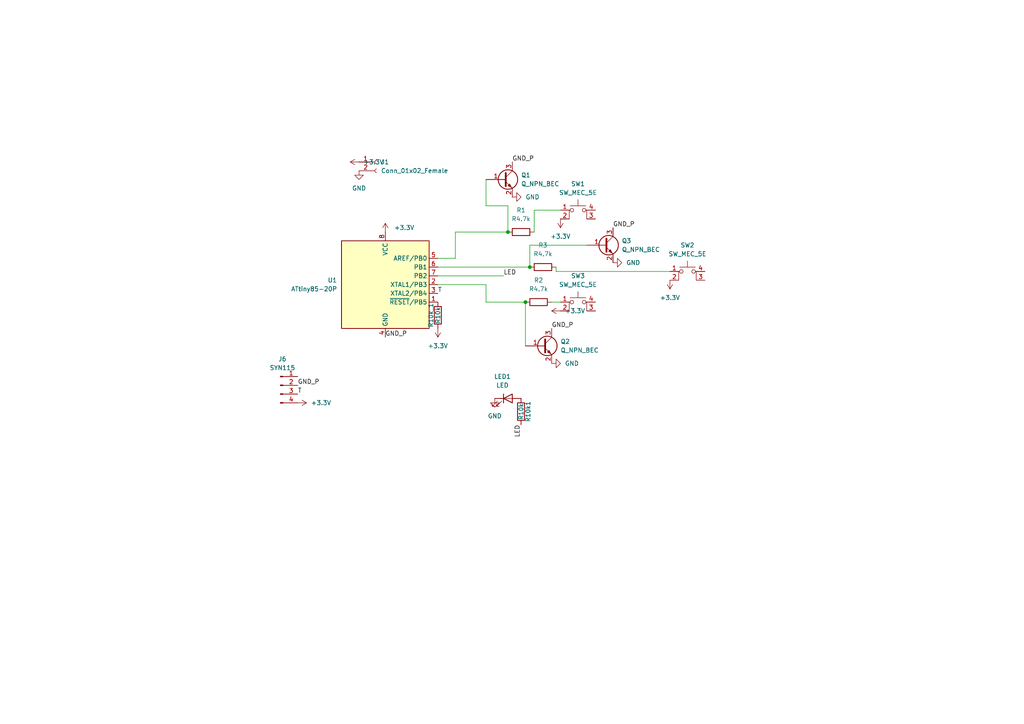
<source format=kicad_sch>
(kicad_sch (version 20211123) (generator eeschema)
  (paper "A4")
  (lib_symbols
    (symbol "Connector:Conn_01x02_Female" (pin_names (offset 1.016) hide)
      (property "Reference" "J" (at 0 2.54 0))
      (property "Value" "Conn_01x02_Female" (at 0 -5.08 0))
      (symbol "Conn_01x02_Female_1_1"
        (arc (start 0 -2.032) (mid -0.508 -2.54) (end 0 -3.048) (stroke (width 0.1524)))
        (polyline (pts (xy -1.27 -2.54) (xy -0.508 -2.54)) (stroke (width 0.1524)))
        (polyline (pts (xy -1.27 0) (xy -0.508 0)) (stroke (width 0.1524)))
        (arc (start 0 0.508) (mid -0.508 0) (end 0 -0.508) (stroke (width 0.1524)))
        (pin passive line (at -5.08 0 0) (length 3.81) (name "Pin_1") (number "1"))
        (pin passive line (at -5.08 -2.54 0) (length 3.81) (name "Pin_2") (number "2"))
      )
    )
    (symbol "Connector:Conn_01x04_Male" (pin_names (offset 1.016) hide)
      (property "Reference" "J" (at 0 5.08 0))
      (property "Value" "Conn_01x04_Male" (at 0 -7.62 0))
      (symbol "Conn_01x04_Male_1_1"
        (polyline (pts (xy 1.27 -5.08) (xy 0.8636 -5.08)) (stroke (width 0.1524)))
        (polyline (pts (xy 1.27 -2.54) (xy 0.8636 -2.54)) (stroke (width 0.1524)))
        (polyline (pts (xy 1.27 0) (xy 0.8636 0)) (stroke (width 0.1524)))
        (polyline (pts (xy 1.27 2.54) (xy 0.8636 2.54)) (stroke (width 0.1524)))
        (rectangle (start 0.8636 -4.953) (end 0 -5.207) (stroke (width 0.1524)) (fill (type outline)))
        (rectangle (start 0.8636 -2.413) (end 0 -2.667) (stroke (width 0.1524)) (fill (type outline)))
        (rectangle (start 0.8636 0.127) (end 0 -0.127) (stroke (width 0.1524)) (fill (type outline)))
        (rectangle (start 0.8636 2.667) (end 0 2.413) (stroke (width 0.1524)) (fill (type outline)))
        (pin passive line (at 5.08 2.54 180) (length 3.81) (name "Pin_1") (number "1"))
        (pin passive line (at 5.08 0 180) (length 3.81) (name "Pin_2") (number "2"))
        (pin passive line (at 5.08 -2.54 180) (length 3.81) (name "Pin_3") (number "3"))
        (pin passive line (at 5.08 -5.08 180) (length 3.81) (name "Pin_4") (number "4"))
      )
    )
    (symbol "Device:LED" (pin_numbers hide) (pin_names (offset 1.016) hide)
      (property "Reference" "D" (at 0 2.54 0))
      (property "Value" "LED" (at 0 -2.54 0))
      (symbol "LED_0_1"
        (polyline (pts (xy -1.27 -1.27) (xy -1.27 1.27)) (stroke (width 0.254)))
        (polyline (pts (xy -1.27 0) (xy 1.27 0)))
        (polyline (pts (xy 1.27 -1.27) (xy 1.27 1.27) (xy -1.27 0) (xy 1.27 -1.27)) (stroke (width 0.254)))
        (polyline (pts (xy -3.048 -0.762) (xy -4.572 -2.286) (xy -3.81 -2.286) (xy -4.572 -2.286) (xy -4.572 -1.524)))
        (polyline (pts (xy -1.778 -0.762) (xy -3.302 -2.286) (xy -2.54 -2.286) (xy -3.302 -2.286) (xy -3.302 -1.524)))
      )
      (symbol "LED_1_1"
        (pin passive line (at -3.81 0 0) (length 2.54) (name "K") (number "1"))
        (pin passive line (at 3.81 0 180) (length 2.54) (name "A") (number "2"))
      )
    )
    (symbol "Device:Q_NPN_BEC" (pin_names (offset 0) hide)
      (property "Reference" "Q" (at 5.08 1.27 0))
      (property "Value" "Q_NPN_BEC" (at 5.08 -1.27 0))
      (symbol "Q_NPN_BEC_0_1"
        (polyline (pts (xy 0.635 0.635) (xy 2.54 2.54)))
        (polyline (pts (xy 0.635 -0.635) (xy 2.54 -2.54) (xy 2.54 -2.54)))
        (polyline (pts (xy 0.635 1.905) (xy 0.635 -1.905) (xy 0.635 -1.905)) (stroke (width 0.508)))
        (polyline (pts (xy 1.27 -1.778) (xy 1.778 -1.27) (xy 2.286 -2.286) (xy 1.27 -1.778) (xy 1.27 -1.778)) (fill (type outline)))
        (circle (center 1.27 0) (radius 2.8194) (stroke (width 0.254)))
      )
      (symbol "Q_NPN_BEC_1_1"
        (pin input line (at -5.08 0 0) (length 5.715) (name "B") (number "1"))
        (pin passive line (at 2.54 -5.08 90) (length 2.54) (name "E") (number "2"))
        (pin passive line (at 2.54 5.08 270) (length 2.54) (name "C") (number "3"))
      )
    )
    (symbol "Device:R" (pin_numbers hide) (pin_names (offset 0))
      (property "Reference" "R" (at 2.032 0 90))
      (property "Value" "R" (at 0 0 90))
      (symbol "R_0_1"
        (rectangle (start -1.016 -2.54) (end 1.016 2.54) (stroke (width 0.254)))
      )
      (symbol "R_1_1"
        (pin passive line (at 0 3.81 270) (length 1.27) (name "~") (number "1"))
        (pin passive line (at 0 -3.81 90) (length 1.27) (name "~") (number "2"))
      )
    )
    (symbol "MCU_Microchip_ATtiny:ATtiny85-20P"
      (property "Reference" "U" (at -12.7 13.97 0))
      (property "Value" "ATtiny85-20P" (at 2.54 -13.97 0))
      (symbol "ATtiny85-20P_0_1"
        (rectangle (start -12.7 -12.7) (end 12.7 12.7) (stroke (width 0.254)) (fill (type background)))
      )
      (symbol "ATtiny85-20P_1_1"
        (pin bidirectional line (at 15.24 -5.08 180) (length 2.54) (name "~{RESET}/PB5") (number "1"))
        (pin bidirectional line (at 15.24 0 180) (length 2.54) (name "XTAL1/PB3") (number "2"))
        (pin bidirectional line (at 15.24 -2.54 180) (length 2.54) (name "XTAL2/PB4") (number "3"))
        (pin power_in line (at 0 -15.24 90) (length 2.54) (name "GND") (number "4"))
        (pin bidirectional line (at 15.24 7.62 180) (length 2.54) (name "AREF/PB0") (number "5"))
        (pin bidirectional line (at 15.24 5.08 180) (length 2.54) (name "PB1") (number "6"))
        (pin bidirectional line (at 15.24 2.54 180) (length 2.54) (name "PB2") (number "7"))
        (pin power_in line (at 0 15.24 270) (length 2.54) (name "VCC") (number "8"))
      )
    )
    (symbol "Switch:SW_MEC_5E" (pin_names (offset 1.016) hide)
      (property "Reference" "SW" (at 0.635 5.715 0))
      (property "Value" "SW_MEC_5E" (at 0 -3.175 0))
      (symbol "SW_MEC_5E_0_1"
        (circle (center -1.778 2.54) (radius 0.508))
        (polyline (pts (xy -2.286 3.81) (xy 2.286 3.81)))
        (polyline (pts (xy 0 3.81) (xy 0 5.588)))
        (polyline (pts (xy -2.54 0) (xy -2.54 2.54) (xy -2.286 2.54)))
        (polyline (pts (xy 2.54 0) (xy 2.54 2.54) (xy 2.286 2.54)))
        (circle (center 1.778 2.54) (radius 0.508))
        (pin passive line (at -5.08 2.54 0) (length 2.54) (name "1") (number "1"))
        (pin passive line (at -5.08 0 0) (length 2.54) (name "2") (number "2"))
        (pin passive line (at 5.08 0 180) (length 2.54) (name "K") (number "3"))
        (pin passive line (at 5.08 2.54 180) (length 2.54) (name "A") (number "4"))
      )
    )
    (symbol "alarm-rescue:R" (pin_numbers hide) (pin_names (offset 0))
      (property "Reference" "R" (at 2.032 0 90))
      (property "Value" "R" (at 0 0 90))
      (symbol "R_0_1"
        (rectangle (start -1.016 -2.54) (end 1.016 2.54) (stroke (width 0.254)))
      )
      (symbol "R_1_1"
        (pin passive line (at 0 3.81 270) (length 1.27) (name "~") (number "1"))
        (pin passive line (at 0 -3.81 90) (length 1.27) (name "~") (number "2"))
      )
    )
    (symbol "power:+3.3V" (power) (pin_names (offset 0))
      (property "Value" "+3.3V" (at 0 3.556 0))
      (symbol "+3.3V_0_1"
        (polyline (pts (xy -0.762 1.27) (xy 0 2.54)))
        (polyline (pts (xy 0 0) (xy 0 2.54)))
        (polyline (pts (xy 0 2.54) (xy 0.762 1.27)))
      )
      (symbol "+3.3V_1_1"
        (pin power_in line (at 0 0 90) (length 0) hide (name "+3.3V") (number "1"))
      )
    )
    (symbol "power:GND" (power) (pin_names (offset 0))
      (property "Value" "GND" (at 0 -3.81 0))
      (symbol "GND_0_1"
        (polyline (pts (xy 0 0) (xy 0 -1.27) (xy 1.27 -1.27) (xy 0 -2.54) (xy -1.27 -1.27) (xy 0 -1.27)))
      )
      (symbol "GND_1_1"
        (pin power_in line (at 0 0 270) (length 0) hide (name "GND") (number "1"))
      )
    )
  )
  (junction (at 153.67 77.47))
  (junction (at 147.32 67.31))
  (junction (at 152.4 87.63))
  (wire (pts (xy 127 80.01) (xy 146.05 80.01)))
  (wire (pts (xy 154.94 60.96) (xy 162.56 60.96)))
  (wire (pts (xy 154.94 67.31) (xy 154.94 60.96)))
  (wire (pts (xy 140.97 52.07) (xy 140.97 59.69)))
  (wire (pts (xy 140.97 87.63) (xy 152.4 87.63)))
  (wire (pts (xy 127 82.55) (xy 140.97 82.55)))
  (wire (pts (xy 160.02 87.63) (xy 162.56 87.63)))
  (wire (pts (xy 147.32 59.69) (xy 147.32 67.31)))
  (wire (pts (xy 153.67 71.12) (xy 170.18 71.12)))
  (wire (pts (xy 132.08 67.31) (xy 147.32 67.31)))
  (wire (pts (xy 161.29 78.74) (xy 161.29 77.47)))
  (wire (pts (xy 127 74.93) (xy 132.08 74.93)))
  (wire (pts (xy 132.08 67.31) (xy 132.08 74.93)))
  (wire (pts (xy 140.97 59.69) (xy 147.32 59.69)))
  (wire (pts (xy 153.67 71.12) (xy 153.67 77.47)))
  (wire (pts (xy 152.4 87.63) (xy 152.4 100.33)))
  (wire (pts (xy 140.97 82.55) (xy 140.97 87.63)))
  (wire (pts (xy 194.31 78.74) (xy 161.29 78.74)))
  (wire (pts (xy 127 77.47) (xy 153.67 77.47)))
  (label "GND_P" (at 177.8 66.04 0))
  (label "GND_P" (at 160.02 95.25 0))
  (label "GND_P" (at 148.59 46.99 0))
  (label "GND_P" (at 111.76 97.79 0))
  (label "LED" (at 146.05 80.01 0))
  (label "LED" (at 151.13 123.19 270))
  (label "T" (at 86.36 114.3 0))
  (label "GND_P" (at 86.36 111.76 0))
  (label "T" (at 127 85.09 0))
  (symbol (lib_id "power:+3.3V") (at 86.36 116.84 270) (unit 1)
    (property "Reference" "#PWR0106" (effects hide))
    (property "Value" "+3.3V" (at 90.17 116.8399 90) (effects (justify left)))
  )
  (symbol (lib_id "power:+3.3V") (at 162.56 90.17 90) (unit 1)
    (property "Reference" "#PWR0108" (effects hide))
    (property "Value" "+3.3V" (at 163.83 90.1699 90) (effects (justify right)))
  )
  (symbol (lib_id "Connector:Conn_01x02_Female") (at 109.22 46.99 0) (unit 1)
    (property "Reference" "J1" (at 110.49 46.9899 0) (effects (justify left)))
    (property "Value" "Conn_01x02_Female" (at 110.49 49.5299 0) (effects (justify left)))
    (property "Footprint" "Connector_PinHeader_2.54mm:PinHeader_1x02_P2.54mm_Vertical" (effects hide))
  )
  (symbol (lib_id "power:+3.3V") (at 162.56 63.5 180) (unit 1)
    (property "Reference" "#PWR0110" (effects hide))
    (property "Value" "+3.3V" (at 162.56 68.58 0))
  )
  (symbol (lib_id "power:+3.3V") (at 104.14 46.99 90) (unit 1)
    (property "Reference" "#PWR0111" (effects hide))
    (property "Value" "+3.3V" (at 105.41 46.9899 90) (effects (justify right)))
  )
  (symbol (lib_id "Device:Q_NPN_BEC") (at 175.26 71.12 0) (unit 1)
    (property "Reference" "Q3" (at 180.34 69.8499 0) (effects (justify left)))
    (property "Value" "Q_NPN_BEC" (at 180.34 72.3899 0) (effects (justify left)))
    (property "Footprint" "Package_TO_SOT_SMD:SOT-23-3" (effects hide))
  )
  (symbol (lib_id "Connector:Conn_01x04_Male") (at 81.28 111.76 0) (unit 1)
    (property "Reference" "J6" (at 81.915 104.14 0))
    (property "Value" "SYN115" (at 81.915 106.68 0))
    (property "Footprint" "Connector_PinHeader_2.54mm:PinHeader_1x04_P2.54mm_Vertical" (effects hide))
  )
  (symbol (lib_id "alarm-rescue:R") (at 151.13 119.38 0) (unit 1)
    (property "Reference" "R10k1" (at 153.162 119.38 90))
    (property "Value" "R10k" (at 151.13 119.38 90))
    (property "Footprint" "Resistor_SMD:R_0805_2012Metric" (effects hide))
  )
  (symbol (lib_id "Device:Q_NPN_BEC") (at 146.05 52.07 0) (unit 1)
    (property "Reference" "Q1" (at 151.13 50.7999 0) (effects (justify left)))
    (property "Value" "Q_NPN_BEC" (at 151.13 53.3399 0) (effects (justify left)))
    (property "Footprint" "Package_TO_SOT_SMD:SOT-23-3" (effects hide))
  )
  (symbol (lib_id "alarm-rescue:R") (at 127 91.44 180) (unit 1)
    (property "Reference" "R10k_1" (at 124.968 91.44 90))
    (property "Value" "R10k" (at 127 91.44 90))
    (property "Footprint" "Resistor_SMD:R_0805_2012Metric" (effects hide))
  )
  (symbol (lib_id "Switch:SW_MEC_5E") (at 167.64 90.17 0) (unit 1)
    (property "Reference" "SW3" (at 167.64 80.01 0))
    (property "Value" "SW_MEC_5E" (at 167.64 82.55 0))
    (property "Footprint" "Button_Switch_THT:SW_PUSH-12mm" (effects hide))
    (property "Datasheet" "http://www.apem.com/int/index.php?controller=attachment&id_attachment=1371" (effects hide))
  )
  (symbol (lib_id "power:+3.3V") (at 194.31 81.28 180) (unit 1)
    (property "Reference" "#PWR0109" (effects hide))
    (property "Value" "+3.3V" (at 194.31 86.36 0))
  )
  (symbol (lib_id "power:GND") (at 160.02 105.41 90) (unit 1)
    (property "Reference" "#PWR0107" (effects hide))
    (property "Value" "GND" (at 163.83 105.4099 90) (effects (justify right)))
  )
  (symbol (lib_id "power:GND") (at 104.14 49.53 0) (unit 1)
    (property "Reference" "#PWR02" (effects hide))
    (property "Value" "GND" (at 104.14 54.61 0))
  )
  (symbol (lib_id "Switch:SW_MEC_5E") (at 167.64 63.5 0) (unit 1)
    (property "Reference" "SW1" (at 167.64 53.34 0))
    (property "Value" "SW_MEC_5E" (at 167.64 55.88 0))
    (property "Footprint" "Button_Switch_THT:SW_PUSH-12mm" (effects hide))
    (property "Datasheet" "http://www.apem.com/int/index.php?controller=attachment&id_attachment=1371" (effects hide))
  )
  (symbol (lib_id "Device:R") (at 151.13 67.31 90) (unit 1)
    (property "Reference" "R1" (at 151.13 60.96 90))
    (property "Value" "R4.7k" (at 151.13 63.5 90))
    (property "Footprint" "Resistor_SMD:R_0805_2012Metric" (effects hide))
  )
  (symbol (lib_id "Switch:SW_MEC_5E") (at 199.39 81.28 0) (unit 1)
    (property "Reference" "SW2" (at 199.39 71.12 0))
    (property "Value" "SW_MEC_5E" (at 199.39 73.66 0))
    (property "Footprint" "Button_Switch_THT:SW_PUSH-12mm" (effects hide))
    (property "Datasheet" "http://www.apem.com/int/index.php?controller=attachment&id_attachment=1371" (effects hide))
  )
  (symbol (lib_id "Device:Q_NPN_BEC") (at 157.48 100.33 0) (unit 1)
    (property "Reference" "Q2" (at 162.56 99.0599 0) (effects (justify left)))
    (property "Value" "Q_NPN_BEC" (at 162.56 101.5999 0) (effects (justify left)))
    (property "Footprint" "Package_TO_SOT_SMD:SOT-23-3" (effects hide))
  )
  (symbol (lib_id "Device:R") (at 156.21 87.63 90) (unit 1)
    (property "Reference" "R2" (at 156.21 81.28 90))
    (property "Value" "R4.7k" (at 156.21 83.82 90))
    (property "Footprint" "Resistor_SMD:R_0805_2012Metric" (effects hide))
  )
  (symbol (lib_id "power:GND") (at 177.8 76.2 90) (unit 1)
    (property "Reference" "#PWR0104" (effects hide))
    (property "Value" "GND" (at 181.61 76.1999 90) (effects (justify right)))
  )
  (symbol (lib_id "MCU_Microchip_ATtiny:ATtiny85-20P") (at 111.76 82.55 0) (unit 1)
    (property "Reference" "U1" (at 97.79 81.2799 0) (effects (justify right)))
    (property "Value" "ATtiny85-20P" (at 97.79 83.8199 0) (effects (justify right)))
    (property "Footprint" "Package_DIP:DIP-8_W7.62mm" (effects hide))
    (property "Datasheet" "http://ww1.microchip.com/downloads/en/DeviceDoc/atmel-2586-avr-8-bit-microcontroller-attiny25-attiny45-attiny85_datasheet.pdf" (effects hide))
  )
  (symbol (lib_id "power:GND") (at 143.51 115.57 0) (unit 1)
    (property "Reference" "#PWR0101" (effects hide))
    (property "Value" "GND" (at 143.51 120.65 0))
  )
  (symbol (lib_id "power:+3.3V") (at 111.76 67.31 0) (unit 1)
    (property "Reference" "#PWR0103" (effects hide))
    (property "Value" "+3.3V" (at 114.3 66.0399 0) (effects (justify left)))
  )
  (symbol (lib_id "Device:R") (at 157.48 77.47 90) (unit 1)
    (property "Reference" "R3" (at 157.48 71.12 90))
    (property "Value" "R4.7k" (at 157.48 73.66 90))
    (property "Footprint" "Resistor_SMD:R_0805_2012Metric" (effects hide))
  )
  (symbol (lib_id "power:+3.3V") (at 127 95.25 180) (unit 1)
    (property "Reference" "#PWR0102" (effects hide))
    (property "Value" "+3.3V" (at 127 100.33 0))
  )
  (symbol (lib_id "Device:LED") (at 147.32 115.57 0) (unit 1)
    (property "Reference" "LED1" (at 145.7325 109.22 0))
    (property "Value" "LED" (at 145.7325 111.76 0))
    (property "Footprint" "LED_THT:LED_D5.0mm" (effects hide))
  )
  (symbol (lib_id "power:GND") (at 148.59 57.15 90) (unit 1)
    (property "Reference" "#PWR0105" (effects hide))
    (property "Value" "GND" (at 152.4 57.1499 90) (effects (justify right)))
  )
)
</source>
